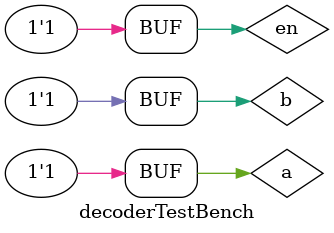
<source format=v>
module decoder2to4High (
    en, a, b, d0, d1, d2, d3
);

input en, a, b;
output d0, d1, d2, d3;

assign d0 = en & ~a & ~b;
assign d1 = en & ~a & b;
assign d2 = en & a & ~b;
assign d3 = en & a & b;
    
endmodule

module decoderTestBench;
reg en, a, b;
wire d0, d1, d2, d3;

decoder2to4High i(en, a, b, d0, d1, d2, d3);

initial begin
    en=1'b1; a=1'b0; b=1'b0;
    $monitor("Time: %0t, en: %b, a: %b, b: %b, d0: %b, d1: %b, d2: %b, d3: %b", $time, en, a, b, d0, d1, d2, d3);
    #5 en=1'b1; a=1'b0; b=1'b0;
    #5 en=1'b1; a=1'b0; b=1'b1;
    #5 en=1'b1; a=1'b1; b=1'b0;
    #5 en=1'b1; a=1'b1; b=1'b1;
end
endmodule
</source>
